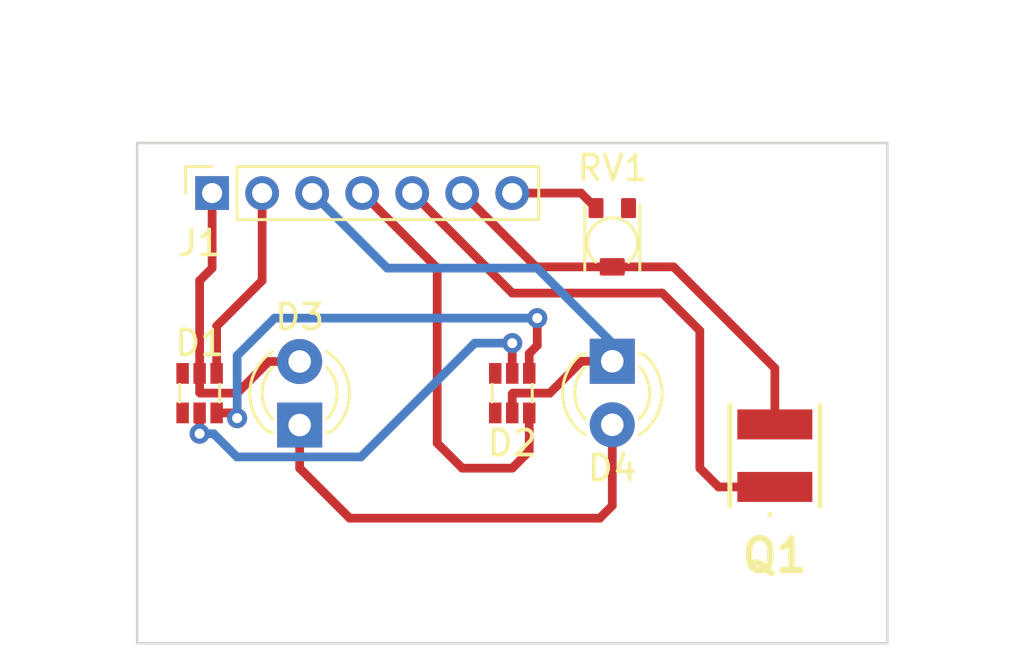
<source format=kicad_pcb>
(kicad_pcb (version 20211014) (generator pcbnew)
  (layers (0 "F.Cu" signal) (31 "B.Cu" signal) (34 "B.Paste" user) (35 "F.Paste" user) (36 "B.SilkS" user "B.Silkscreen") (37 "F.SilkS" user "F.Silkscreen") (38 "B.Mask" user) (39 "F.Mask" user) (44 "Edge.Cuts" user))
  (net 0 "")
  (net 1 "Net-(D1-Pad1)")
  (net 2 "Net-(D1-Pad2)")
  (net 5 "Net-(D1-Pad5)")
  (net 6 "Net-(D1-Pad6)")
  (net 7 "Net-(D2-Pad1)")
  (net 8 "Net-(D2-Pad2)")
  (net 11 "+3V3")
  (net 12 "IR_out")
  (net 13 "GND")
  (net 15 "Net-(D3-Pad1)")
  (footprint "KiCad:SFH325FA34Z" (layer "F.Cu") (at 125.5 82.5 90)
    (fp_text reference "Q1" (at -4 0 180) (layer "F.SilkS") (effects (font (size 1.27 1.27) (thickness 0.254))))
    (fp_text value "SFH 325" hide)
    (fp_line (start -2 1.8) (end 2 1.8) (layer "F.SilkS") (width 0.2))
    (fp_line (start -2 -1.8) (end 2 -1.8) (layer "F.SilkS") (width 0.2))
    (fp_line (start -2.3 -0.2) (end -2.3 -0.2) (layer "F.SilkS") (width 0.1))
    (fp_line (start -2.4 -0.2) (end -2.4 -0.2) (layer "F.SilkS") (width 0.1))
    (fp_arc (start -2.4 -0.2) (mid -2.35 -0.25) (end -2.3 -0.2) (layer "F.SilkS") (width 0.1))
    (fp_arc (start -2.3 -0.2) (mid -2.35 -0.15) (end -2.4 -0.2) (layer "F.SilkS") (width 0.1))
    (pad "1" smd rect (at -1.25 0 90) (size 1.2 3) (layers "F.Cu" "F.Paste" "F.Mask") (net 11 "+3V3"))
    (pad "2" smd rect (at 1.25 0 90) (size 1.2 3) (layers "F.Cu" "F.Paste" "F.Mask") (net 12 "IR_out"))
  )
  (footprint "KiCad:LED_RGB_Harvatek_B3803FCH" (layer "F.Cu") (at 115 80 180)
    (fp_text reference "D2" (at 0 -2 unlocked) (layer "F.SilkS"))
    (fp_text value "LED_RGB")
    (fp_line (start 0.8 -0.3556) (end 0.8 0.3556) (layer "F.SilkS") (width 0.12))
    (fp_line (start -0.8 -0.3556) (end -0.8 0.3556) (layer "F.SilkS") (width 0.12))
    (pad "1" smd rect (at 0 -0.79 180) (size 0.5 0.83) (layers "F.Cu" "F.Paste" "F.Mask") (net 7 "Net-(D2-Pad1)"))
    (pad "2" smd rect (at -0.68 -0.79 180) (size 0.5 0.83) (layers "F.Cu" "F.Paste" "F.Mask") (net 8 "Net-(D2-Pad2)"))
    (pad "3" smd rect (at 0.68 -0.79 180) (size 0.5 0.83) (layers "F.Cu" "F.Paste" "F.Mask"))
    (pad "4" smd rect (at 0.68 0.79 180) (size 0.5 0.83) (layers "F.Cu" "F.Paste" "F.Mask"))
    (pad "5" smd rect (at -0.68 0.79 180) (size 0.5 0.83) (layers "F.Cu" "F.Paste" "F.Mask") (net 2 "Net-(D1-Pad2)"))
    (pad "6" smd rect (at 0 0.79 180) (size 0.5 0.83) (layers "F.Cu" "F.Paste" "F.Mask") (net 1 "Net-(D1-Pad1)"))
  )
  (footprint "MountingHole:MountingHole_3.2mm_M3" (layer "F.Cu") (at 104 86)
    (fp_text reference "REF**" hide)
    (fp_text value "MountingHole_3.2mm_M3")
    (pad "" np_thru_hole circle (at 0 0) (size 3.2 3.2) (drill 3.2) (layers *.Cu *.Mask))
  )
  (footprint "LED_THT:LED_D3.0mm" (layer "F.Cu") (at 106.5 81.275 90)
    (fp_text reference "D3" (at 4.323 0) (layer "F.SilkS"))
    (fp_text value "LED")
    (fp_line (start -0.29 1.08) (end -0.29 1.236) (layer "F.SilkS") (width 0.12))
    (fp_line (start -0.29 -1.236) (end -0.29 -1.08) (layer "F.SilkS") (width 0.12))
    (fp_arc (start 2.31113 1.079837) (mid 1.270117 1.5) (end 0.229039 1.08) (layer "F.SilkS") (width 0.12))
    (fp_arc (start -0.29 -1.235516) (mid 1.366487 -1.987659) (end 2.942335 -1.078608) (layer "F.SilkS") (width 0.12))
    (fp_arc (start 2.942335 1.078608) (mid 1.366487 1.987659) (end -0.29 1.235516) (layer "F.SilkS") (width 0.12))
    (fp_arc (start 0.229039 -1.08) (mid 1.270117 -1.5) (end 2.31113 -1.079837) (layer "F.SilkS") (width 0.12))
    (pad "1" thru_hole rect (at 0 0 90) (size 1.8 1.8) (drill 0.9) (layers *.Cu *.Mask) (net 15 "Net-(D3-Pad1)"))
    (pad "2" thru_hole circle (at 2.54 0 90) (size 1.8 1.8) (drill 0.9) (layers *.Cu *.Mask) (net 6 "Net-(D1-Pad6)"))
  )
  (footprint "MountingHole:MountingHole_3.2mm_M3" (layer "F.Cu") (at 126 74)
    (fp_text reference "REF**" hide)
    (fp_text value "MountingHole_3.2mm_M3")
    (pad "" np_thru_hole circle (at 0 0) (size 3.2 3.2) (drill 3.2) (layers *.Cu *.Mask))
  )
  (footprint "LED_THT:LED_D3.0mm" (layer "F.Cu") (at 119 78.725 -90)
    (fp_text reference "D4" (at 4.275 0 180) (layer "F.SilkS"))
    (fp_text value "LED")
    (fp_line (start -0.29 1.08) (end -0.29 1.236) (layer "F.SilkS") (width 0.12))
    (fp_line (start -0.29 -1.236) (end -0.29 -1.08) (layer "F.SilkS") (width 0.12))
    (fp_arc (start 2.942335 1.078608) (mid 1.366487 1.987659) (end -0.29 1.235516) (layer "F.SilkS") (width 0.12))
    (fp_arc (start 0.229039 -1.08) (mid 1.270117 -1.5) (end 2.31113 -1.079837) (layer "F.SilkS") (width 0.12))
    (fp_arc (start 2.31113 1.079837) (mid 1.270117 1.5) (end 0.229039 1.08) (layer "F.SilkS") (width 0.12))
    (fp_arc (start -0.29 -1.235516) (mid 1.366487 -1.987659) (end 2.942335 -1.078608) (layer "F.SilkS") (width 0.12))
    (pad "1" thru_hole rect (at 0 0 270) (size 1.8 1.8) (drill 0.9) (layers *.Cu *.Mask) (net 7 "Net-(D2-Pad1)"))
    (pad "2" thru_hole circle (at 2.54 0 270) (size 1.8 1.8) (drill 0.9) (layers *.Cu *.Mask) (net 15 "Net-(D3-Pad1)"))
  )
  (footprint "Connector_PinSocket_2.00mm:PinSocket_1x07_P2.00mm_Vertical" (layer "F.Cu") (at 103 72 90)
    (fp_text reference "J1" (at -2 -0.5 180) (layer "F.SilkS"))
    (fp_text value "Conn_01x07_Female")
    (fp_line (start 0 -1.06) (end 1.06 -1.06) (layer "F.SilkS") (width 0.12))
    (fp_line (start -1.06 13.06) (end 1.06 13.06) (layer "F.SilkS") (width 0.12))
    (fp_line (start 1.06 1) (end 1.06 13.06) (layer "F.SilkS") (width 0.12))
    (fp_line (start -1.06 1) (end 1.06 1) (layer "F.SilkS") (width 0.12))
    (fp_line (start -1.06 1) (end -1.06 13.06) (layer "F.SilkS") (width 0.12))
    (fp_line (start 1.06 -1.06) (end 1.06 0) (layer "F.SilkS") (width 0.12))
    (pad "1" thru_hole rect (at 0 0 90) (size 1.35 1.35) (drill 0.8) (layers *.Cu *.Mask) (net 6 "Net-(D1-Pad6)"))
    (pad "2" thru_hole oval (at 0 2 90) (size 1.35 1.35) (drill 0.8) (layers *.Cu *.Mask) (net 5 "Net-(D1-Pad5)"))
    (pad "3" thru_hole oval (at 0 4 90) (size 1.35 1.35) (drill 0.8) (layers *.Cu *.Mask) (net 7 "Net-(D2-Pad1)"))
    (pad "4" thru_hole oval (at 0 6 90) (size 1.35 1.35) (drill 0.8) (layers *.Cu *.Mask) (net 8 "Net-(D2-Pad2)"))
    (pad "5" thru_hole oval (at 0 8 90) (size 1.35 1.35) (drill 0.8) (layers *.Cu *.Mask) (net 11 "+3V3"))
    (pad "6" thru_hole oval (at 0 10 90) (size 1.35 1.35) (drill 0.8) (layers *.Cu *.Mask) (net 12 "IR_out"))
    (pad "7" thru_hole oval (at 0 12 90) (size 1.35 1.35) (drill 0.8) (layers *.Cu *.Mask) (net 13 "GND"))
  )
  (footprint "KiCad:LED_RGB_Harvatek_B3803FCH" (layer "F.Cu") (at 102.5 80 180)
    (fp_text reference "D1" (at 0 2.0066 unlocked) (layer "F.SilkS"))
    (fp_text value "LED_RGB")
    (fp_line (start 0.8 -0.3556) (end 0.8 0.3556) (layer "F.SilkS") (width 0.12))
    (fp_line (start -0.8 -0.3556) (end -0.8 0.3556) (layer "F.SilkS") (width 0.12))
    (pad "1" smd rect (at 0 -0.79 180) (size 0.5 0.83) (layers "F.Cu" "F.Paste" "F.Mask") (net 1 "Net-(D1-Pad1)"))
    (pad "2" smd rect (at -0.68 -0.79 180) (size 0.5 0.83) (layers "F.Cu" "F.Paste" "F.Mask") (net 2 "Net-(D1-Pad2)"))
    (pad "3" smd rect (at 0.68 -0.79 180) (size 0.5 0.83) (layers "F.Cu" "F.Paste" "F.Mask"))
    (pad "4" smd rect (at 0.68 0.79 180) (size 0.5 0.83) (layers "F.Cu" "F.Paste" "F.Mask"))
    (pad "5" smd rect (at -0.68 0.79 180) (size 0.5 0.83) (layers "F.Cu" "F.Paste" "F.Mask") (net 5 "Net-(D1-Pad5)"))
    (pad "6" smd rect (at 0 0.79 180) (size 0.5 0.83) (layers "F.Cu" "F.Paste" "F.Mask") (net 6 "Net-(D1-Pad6)"))
  )
  (footprint "KiCad:Potentiometer_Bourns_TC42_Horizontal" (layer "F.Cu") (at 119 74 180)
    (fp_text reference "RV1" (at -0.005966 3 unlocked) (layer "F.SilkS"))
    (fp_text value "1K")
    (fp_line (start -1.1 -1.1) (end -1.1 1.5) (layer "F.SilkS") (width 0.12))
    (fp_line (start 1.1 -1.1) (end 1.1 1.5) (layer "F.SilkS") (width 0.12))
    (fp_arc (start 0.6604 -0.762) (mid -0.005966 1.008334) (end -0.651337 -0.769761) (layer "F.SilkS") (width 0.12))
    (pad "1" smd roundrect (at -0.65 1.4 180) (size 0.6 0.8) (layers "F.Cu" "F.Paste" "F.Mask") (roundrect_rratio 0.1))
    (pad "2" smd roundrect (at 0 -0.95 180) (size 1 0.7) (layers "F.Cu" "F.Paste" "F.Mask") (roundrect_rratio 0.1) (net 12 "IR_out"))
    (pad "3" smd roundrect (at 0.65 1.4 180) (size 0.6 0.8) (layers "F.Cu" "F.Paste" "F.Mask") (roundrect_rratio 0.1) (net 13 "GND"))
  )
  (gr_rect (start 100 70) (end 130 90) (layer "Edge.Cuts") (width 0.1) (fill none))
  (segment (start 102.5 81.622734) (end 102.5 80.79) (width 0.35) (layer "F.Cu") (net 1))
  (segment (start 115 78) (end 115 79.21) (width 0.35) (layer "F.Cu") (net 1))
  (via (at 115 78) (size 0.8) (drill 0.4) (layers "F.Cu" "B.Cu") (net 1))
  (via (at 102.5 81.622734) (size 0.8) (drill 0.4) (layers "F.Cu" "B.Cu") (net 1))
  (segment (start 103.061367 81.622734) (end 103.988144 82.549511) (width 0.35) (layer "B.Cu") (net 1))
  (segment (start 103.988144 82.549511) (end 108.950489 82.549511) (width 0.35) (layer "B.Cu") (net 1))
  (segment (start 108.950489 82.549511) (end 113.5 78) (width 0.35) (layer "B.Cu") (net 1))
  (segment (start 113.5 78) (end 115 78) (width 0.35) (layer "B.Cu") (net 1))
  (segment (start 102.5 81.622734) (end 103.061367 81.622734) (width 0.35) (layer "B.Cu") (net 1))
  (segment (start 116 78.095325) (end 115.68 78.415325) (width 0.35) (layer "F.Cu") (net 2))
  (segment (start 104 81) (end 103.79 80.79) (width 0.35) (layer "F.Cu") (net 2))
  (segment (start 116 77) (end 116 78.095325) (width 0.35) (layer "F.Cu") (net 2))
  (segment (start 103.79 80.79) (end 103.18 80.79) (width 0.35) (layer "F.Cu") (net 2))
  (segment (start 115.68 78.415325) (end 115.68 79.21) (width 0.35) (layer "F.Cu") (net 2))
  (via (at 104 81) (size 0.8) (drill 0.4) (layers "F.Cu" "B.Cu") (net 2))
  (via (at 116 77) (size 0.8) (drill 0.4) (layers "F.Cu" "B.Cu") (net 2))
  (segment (start 105.5 77) (end 116 77) (width 0.35) (layer "B.Cu") (net 2))
  (segment (start 104 81) (end 104 78.5) (width 0.35) (layer "B.Cu") (net 2))
  (segment (start 104 78.5) (end 105.5 77) (width 0.35) (layer "B.Cu") (net 2))
  (segment (start 103.18 77.32) (end 103.18 79.21) (width 0.35) (layer "F.Cu") (net 5))
  (segment (start 105 72) (end 105 75.5) (width 0.35) (layer "F.Cu") (net 5))
  (segment (start 105 75.5) (end 103.18 77.32) (width 0.35) (layer "F.Cu") (net 5))
  (segment (start 102.5 79.21) (end 102.5 79.975) (width 0.35) (layer "F.Cu") (net 6))
  (segment (start 103 72) (end 103 75) (width 0.35) (layer "F.Cu") (net 6))
  (segment (start 102.5 79.975) (end 102.524511 79.999511) (width 0.35) (layer "F.Cu") (net 6))
  (segment (start 104.000489 79.999511) (end 105.265 78.735) (width 0.35) (layer "F.Cu") (net 6))
  (segment (start 105.265 78.735) (end 106.5 78.735) (width 0.35) (layer "F.Cu") (net 6))
  (segment (start 102.524511 79.999511) (end 104.000489 79.999511) (width 0.35) (layer "F.Cu") (net 6))
  (segment (start 102.5 75.5) (end 102.5 79.21) (width 0.35) (layer "F.Cu") (net 6))
  (segment (start 103 75) (end 102.5 75.5) (width 0.35) (layer "F.Cu") (net 6))
  (segment (start 117.775 78.725) (end 119 78.725) (width 0.35) (layer "F.Cu") (net 7))
  (segment (start 115.025489 79.999511) (end 116.500489 79.999511) (width 0.35) (layer "F.Cu") (net 7))
  (segment (start 115 80.025) (end 115.025489 79.999511) (width 0.35) (layer "F.Cu") (net 7))
  (segment (start 115 80.79) (end 115 80.025) (width 0.35) (layer "F.Cu") (net 7))
  (segment (start 116.500489 79.999511) (end 117.775 78.725) (width 0.35) (layer "F.Cu") (net 7))
  (segment (start 110 75) (end 116 75) (width 0.35) (layer "B.Cu") (net 7))
  (segment (start 107 72) (end 110 75) (width 0.35) (layer "B.Cu") (net 7))
  (segment (start 116 75) (end 119 78) (width 0.35) (layer "B.Cu") (net 7))
  (segment (start 119 78) (end 119 78.725) (width 0.35) (layer "B.Cu") (net 7))
  (segment (start 115.68 82.32) (end 115.68 80.79) (width 0.35) (layer "F.Cu") (net 8))
  (segment (start 112 82) (end 113 83) (width 0.35) (layer "F.Cu") (net 8))
  (segment (start 109 72) (end 112 75) (width 0.35) (layer "F.Cu") (net 8))
  (segment (start 113 83) (end 115 83) (width 0.35) (layer "F.Cu") (net 8))
  (segment (start 115 83) (end 115.68 82.32) (width 0.35) (layer "F.Cu") (net 8))
  (segment (start 112 75) (end 112 82) (width 0.35) (layer "F.Cu") (net 8))
  (segment (start 121 76) (end 122.5 77.5) (width 0.35) (layer "F.Cu") (net 11))
  (segment (start 122.5 77.5) (end 122.5 83) (width 0.35) (layer "F.Cu") (net 11))
  (segment (start 111 72) (end 115 76) (width 0.35) (layer "F.Cu") (net 11))
  (segment (start 115 76) (end 121 76) (width 0.35) (layer "F.Cu") (net 11))
  (segment (start 123.25 83.75) (end 125.5 83.75) (width 0.35) (layer "F.Cu") (net 11))
  (segment (start 122.5 83) (end 123.25 83.75) (width 0.35) (layer "F.Cu") (net 11))
  (segment (start 125.5 79) (end 125.5 81.25) (width 0.35) (layer "F.Cu") (net 12))
  (segment (start 113 72) (end 115.95 74.95) (width 0.35) (layer "F.Cu") (net 12))
  (segment (start 119 74.95) (end 121.45 74.95) (width 0.35) (layer "F.Cu") (net 12))
  (segment (start 115.95 74.95) (end 119 74.95) (width 0.35) (layer "F.Cu") (net 12))
  (segment (start 121.45 74.95) (end 125.5 79) (width 0.35) (layer "F.Cu") (net 12))
  (segment (start 117.75 72) (end 118.35 72.6) (width 0.35) (layer "F.Cu") (net 13))
  (segment (start 115 72) (end 117.75 72) (width 0.35) (layer "F.Cu") (net 13))
  (segment (start 118.5 85) (end 108.5 85) (width 0.35) (layer "F.Cu") (net 15))
  (segment (start 119 81.265) (end 119 84.5) (width 0.35) (layer "F.Cu") (net 15))
  (segment (start 119 84.5) (end 118.5 85) (width 0.35) (layer "F.Cu") (net 15))
  (segment (start 106.5 83) (end 106.5 81.275) (width 0.35) (layer "F.Cu") (net 15))
  (segment (start 108.5 85) (end 106.5 83) (width 0.35) (layer "F.Cu") (net 15))
)
</source>
